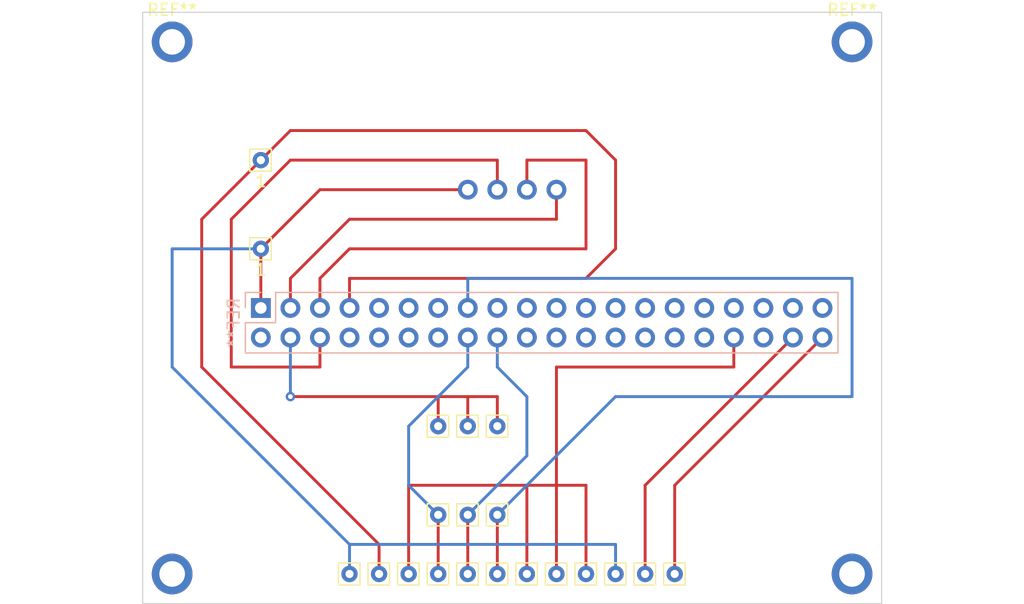
<source format=kicad_pcb>
(kicad_pcb (version 20221018) (generator pcbnew)
  (layers (0 "F.Cu" signal) (31 "B.Cu" signal) (34 "B.Paste" user) (35 "F.Paste" user) (36 "B.SilkS" user "B.Silkscreen") (37 "F.SilkS" user "F.Silkscreen") (38 "B.Mask" user) (39 "F.Mask" user) (44 "Edge.Cuts" user))
  (net 0 "")
  (footprint "Connector_Pin:Pin_D0.7mm_L6.5mm_W1.8mm_FlatFork" (layer "F.Cu") (at 127 124.46)
    (fp_text reference "" (at 0 1.8) (layer "F.SilkS"))
    (fp_text value "")
    (fp_line (start -0.95 -0.95) (end -0.95 0.95) (stroke (width 0.12)) (layer "F.SilkS"))
    (fp_line (start -0.95 0.95) (end 0.9 0.95) (stroke (width 0.12)) (layer "F.SilkS"))
    (fp_line (start 0.9 -0.95) (end -0.95 -0.95) (stroke (width 0.12)) (layer "F.SilkS"))
    (fp_line (start 0.9 -0.9) (end 0.9 -0.95) (stroke (width 0.12)) (layer "F.SilkS"))
    (fp_line (start 0.9 0.95) (end 0.9 -0.9) (stroke (width 0.12)) (layer "F.SilkS"))
    (pad "1" thru_hole circle (at 0 0) (size 1.4 1.4) (drill 0.7) (layers "*.Cu" "*.Mask"))
  )
  (footprint "Connector_Pin:Pin_D0.7mm_L6.5mm_W1.8mm_FlatFork" (layer "F.Cu") (at 129.54 124.46)
    (fp_text reference "" (at 0 1.8) (layer "F.SilkS"))
    (fp_text value "")
    (fp_line (start -0.95 -0.95) (end -0.95 0.95) (stroke (width 0.12)) (layer "F.SilkS"))
    (fp_line (start -0.95 0.95) (end 0.9 0.95) (stroke (width 0.12)) (layer "F.SilkS"))
    (fp_line (start 0.9 -0.95) (end -0.95 -0.95) (stroke (width 0.12)) (layer "F.SilkS"))
    (fp_line (start 0.9 -0.9) (end 0.9 -0.95) (stroke (width 0.12)) (layer "F.SilkS"))
    (fp_line (start 0.9 0.95) (end 0.9 -0.9) (stroke (width 0.12)) (layer "F.SilkS"))
    (pad "1" thru_hole circle (at 0 0) (size 1.4 1.4) (drill 0.7) (layers "*.Cu" "*.Mask"))
  )
  (footprint "Connector_Pin:Pin_D0.7mm_L6.5mm_W1.8mm_FlatFork" (layer "F.Cu") (at 137.16 124.46)
    (fp_text reference "" (at 0 1.8) (layer "F.SilkS"))
    (fp_text value "")
    (fp_line (start -0.95 -0.95) (end -0.95 0.95) (stroke (width 0.12)) (layer "F.SilkS"))
    (fp_line (start -0.95 0.95) (end 0.9 0.95) (stroke (width 0.12)) (layer "F.SilkS"))
    (fp_line (start 0.9 -0.95) (end -0.95 -0.95) (stroke (width 0.12)) (layer "F.SilkS"))
    (fp_line (start 0.9 -0.9) (end 0.9 -0.95) (stroke (width 0.12)) (layer "F.SilkS"))
    (fp_line (start 0.9 0.95) (end 0.9 -0.9) (stroke (width 0.12)) (layer "F.SilkS"))
    (pad "1" thru_hole circle (at 0 0) (size 1.4 1.4) (drill 0.7) (layers "*.Cu" "*.Mask"))
  )
  (footprint "" (layer "F.Cu") (at 167.64 124.46)
    (fp_text reference "" (at 0 0) (layer "F.SilkS") (effects (font (size 1.27 1.27))))
    (fp_text value "" (at 0 0) (layer "F.SilkS") (effects (font (size 1.27 1.27))))
    (pad "" thru_hole circle (at 0 0) (size 3.5 3.5) (drill 2.2) (layers "*.Cu" "*.Mask"))
  )
  (footprint "MountingHole:MountingHole_2.2mm_M2_ISO7380_Pad" (layer "F.Cu") (at 167.64 78.74)
    (fp_text reference "REF**" (at 0 -2.75) (layer "F.SilkS"))
    (fp_text value "MountingHole_2.2mm_M2_ISO7380_Pad")
    (pad "" thru_hole circle (at 0 0) (size 3.5 3.5) (drill 2.2) (layers "*.Cu" "*.Mask"))
  )
  (footprint "Connector_Pin:Pin_D0.7mm_L6.5mm_W1.8mm_FlatFork" (layer "F.Cu") (at 144.78 124.46)
    (fp_text reference "" (at 0 1.8) (layer "F.SilkS"))
    (fp_text value "")
    (fp_line (start -0.95 -0.95) (end -0.95 0.95) (stroke (width 0.12)) (layer "F.SilkS"))
    (fp_line (start -0.95 0.95) (end 0.9 0.95) (stroke (width 0.12)) (layer "F.SilkS"))
    (fp_line (start 0.9 -0.95) (end -0.95 -0.95) (stroke (width 0.12)) (layer "F.SilkS"))
    (fp_line (start 0.9 -0.9) (end 0.9 -0.95) (stroke (width 0.12)) (layer "F.SilkS"))
    (fp_line (start 0.9 0.95) (end 0.9 -0.9) (stroke (width 0.12)) (layer "F.SilkS"))
    (pad "1" thru_hole circle (at 0 0) (size 1.4 1.4) (drill 0.7) (layers "*.Cu" "*.Mask"))
  )
  (footprint "Connector_Pin:Pin_D0.7mm_L6.5mm_W1.8mm_FlatFork" (layer "F.Cu") (at 139.7 124.46)
    (fp_text reference "" (at 0 1.8) (layer "F.SilkS"))
    (fp_text value "")
    (fp_line (start -0.95 -0.95) (end -0.95 0.95) (stroke (width 0.12)) (layer "F.SilkS"))
    (fp_line (start -0.95 0.95) (end 0.9 0.95) (stroke (width 0.12)) (layer "F.SilkS"))
    (fp_line (start 0.9 -0.95) (end -0.95 -0.95) (stroke (width 0.12)) (layer "F.SilkS"))
    (fp_line (start 0.9 -0.9) (end 0.9 -0.95) (stroke (width 0.12)) (layer "F.SilkS"))
    (fp_line (start 0.9 0.95) (end 0.9 -0.9) (stroke (width 0.12)) (layer "F.SilkS"))
    (pad "1" thru_hole circle (at 0 0) (size 1.4 1.4) (drill 0.7) (layers "*.Cu" "*.Mask"))
  )
  (footprint "" (layer "F.Cu") (at 109.22 124.46)
    (fp_text reference "" (at 0 0) (layer "F.SilkS") (effects (font (size 1.27 1.27))))
    (fp_text value "" (at 0 0) (layer "F.SilkS") (effects (font (size 1.27 1.27))))
    (pad "" thru_hole circle (at 0 0) (size 3.5 3.5) (drill 2.2) (layers "*.Cu" "*.Mask"))
  )
  (footprint "Connector_Pin:Pin_D0.7mm_L6.5mm_W1.8mm_FlatFork" (layer "F.Cu") (at 132.08 124.46)
    (fp_text reference "" (at 0 1.8) (layer "F.SilkS"))
    (fp_text value "")
    (fp_line (start -0.95 -0.95) (end -0.95 0.95) (stroke (width 0.12)) (layer "F.SilkS"))
    (fp_line (start -0.95 0.95) (end 0.9 0.95) (stroke (width 0.12)) (layer "F.SilkS"))
    (fp_line (start 0.9 -0.95) (end -0.95 -0.95) (stroke (width 0.12)) (layer "F.SilkS"))
    (fp_line (start 0.9 -0.9) (end 0.9 -0.95) (stroke (width 0.12)) (layer "F.SilkS"))
    (fp_line (start 0.9 0.95) (end 0.9 -0.9) (stroke (width 0.12)) (layer "F.SilkS"))
    (pad "1" thru_hole circle (at 0 0) (size 1.4 1.4) (drill 0.7) (layers "*.Cu" "*.Mask"))
  )
  (footprint "Connector_Pin:Pin_D0.7mm_L6.5mm_W1.8mm_FlatFork" (layer "F.Cu") (at 134.62 111.76)
    (fp_text reference "" (at 0 1.8) (layer "F.SilkS"))
    (fp_text value "")
    (fp_line (start -0.95 -0.95) (end -0.95 0.95) (stroke (width 0.12)) (layer "F.SilkS"))
    (fp_line (start -0.95 0.95) (end 0.9 0.95) (stroke (width 0.12)) (layer "F.SilkS"))
    (fp_line (start 0.9 -0.95) (end -0.95 -0.95) (stroke (width 0.12)) (layer "F.SilkS"))
    (fp_line (start 0.9 -0.9) (end 0.9 -0.95) (stroke (width 0.12)) (layer "F.SilkS"))
    (fp_line (start 0.9 0.95) (end 0.9 -0.9) (stroke (width 0.12)) (layer "F.SilkS"))
    (pad "1" thru_hole circle (at 0 0) (size 1.4 1.4) (drill 0.7) (layers "*.Cu" "*.Mask"))
  )
  (footprint "" (layer "F.Cu") (at 142.24 91.44)
    (fp_text reference "" (at 0 0) (layer "F.SilkS") (effects (font (size 1.27 1.27))))
    (fp_text value "" (at 0 0) (layer "F.SilkS") (effects (font (size 1.27 1.27))))
    (pad "4" thru_hole oval (at 0 0 270) (size 1.7 1.7) (drill 1) (layers "*.Cu" "*.Mask"))
  )
  (footprint "Connector_Pin:Pin_D0.7mm_L6.5mm_W1.8mm_FlatFork" (layer "F.Cu") (at 142.24 124.46)
    (fp_text reference "" (at 0 1.8) (layer "F.SilkS"))
    (fp_text value "")
    (fp_line (start -0.95 -0.95) (end -0.95 0.95) (stroke (width 0.12)) (layer "F.SilkS"))
    (fp_line (start -0.95 0.95) (end 0.9 0.95) (stroke (width 0.12)) (layer "F.SilkS"))
    (fp_line (start 0.9 -0.95) (end -0.95 -0.95) (stroke (width 0.12)) (layer "F.SilkS"))
    (fp_line (start 0.9 -0.9) (end 0.9 -0.95) (stroke (width 0.12)) (layer "F.SilkS"))
    (fp_line (start 0.9 0.95) (end 0.9 -0.9) (stroke (width 0.12)) (layer "F.SilkS"))
    (pad "1" thru_hole circle (at 0 0) (size 1.4 1.4) (drill 0.7) (layers "*.Cu" "*.Mask"))
  )
  (footprint "Connector_Pin:Pin_D0.7mm_L6.5mm_W1.8mm_FlatFork" (layer "F.Cu") (at 134.62 119.38)
    (fp_text reference "" (at 0 1.8) (layer "F.SilkS"))
    (fp_text value "")
    (fp_line (start -0.95 -0.95) (end -0.95 0.95) (stroke (width 0.12)) (layer "F.SilkS"))
    (fp_line (start -0.95 0.95) (end 0.9 0.95) (stroke (width 0.12)) (layer "F.SilkS"))
    (fp_line (start 0.9 -0.95) (end -0.95 -0.95) (stroke (width 0.12)) (layer "F.SilkS"))
    (fp_line (start 0.9 -0.9) (end 0.9 -0.95) (stroke (width 0.12)) (layer "F.SilkS"))
    (fp_line (start 0.9 0.95) (end 0.9 -0.9) (stroke (width 0.12)) (layer "F.SilkS"))
    (pad "1" thru_hole circle (at 0 0) (size 1.4 1.4) (drill 0.7) (layers "*.Cu" "*.Mask"))
  )
  (footprint "" (layer "F.Cu") (at 139.7 91.44)
    (fp_text reference "" (at 0 0) (layer "F.SilkS") (effects (font (size 1.27 1.27))))
    (fp_text value "" (at 0 0) (layer "F.SilkS") (effects (font (size 1.27 1.27))))
    (pad "3" thru_hole oval (at 0 0 270) (size 1.7 1.7) (drill 1) (layers "*.Cu" "*.Mask"))
  )
  (footprint "Connector_Pin:Pin_D0.7mm_L6.5mm_W1.8mm_FlatFork" (layer "F.Cu") (at 132.08 111.76)
    (fp_text reference "" (at 0 1.8) (layer "F.SilkS"))
    (fp_text value "")
    (fp_line (start -0.95 -0.95) (end -0.95 0.95) (stroke (width 0.12)) (layer "F.SilkS"))
    (fp_line (start -0.95 0.95) (end 0.9 0.95) (stroke (width 0.12)) (layer "F.SilkS"))
    (fp_line (start 0.9 -0.95) (end -0.95 -0.95) (stroke (width 0.12)) (layer "F.SilkS"))
    (fp_line (start 0.9 -0.9) (end 0.9 -0.95) (stroke (width 0.12)) (layer "F.SilkS"))
    (fp_line (start 0.9 0.95) (end 0.9 -0.9) (stroke (width 0.12)) (layer "F.SilkS"))
    (pad "1" thru_hole circle (at 0 0) (size 1.4 1.4) (drill 0.7) (layers "*.Cu" "*.Mask"))
  )
  (footprint "Connector_Pin:Pin_D0.7mm_L6.5mm_W1.8mm_FlatFork" (layer "F.Cu") (at 124.46 124.46)
    (fp_text reference "" (at 0 1.8) (layer "F.SilkS"))
    (fp_text value "")
    (fp_line (start -0.95 -0.95) (end -0.95 0.95) (stroke (width 0.12)) (layer "F.SilkS"))
    (fp_line (start -0.95 0.95) (end 0.9 0.95) (stroke (width 0.12)) (layer "F.SilkS"))
    (fp_line (start 0.9 -0.95) (end -0.95 -0.95) (stroke (width 0.12)) (layer "F.SilkS"))
    (fp_line (start 0.9 -0.9) (end 0.9 -0.95) (stroke (width 0.12)) (layer "F.SilkS"))
    (fp_line (start 0.9 0.95) (end 0.9 -0.9) (stroke (width 0.12)) (layer "F.SilkS"))
    (pad "1" thru_hole circle (at 0 0) (size 1.4 1.4) (drill 0.7) (layers "*.Cu" "*.Mask"))
  )
  (footprint "MountingHole:MountingHole_2.2mm_M2_ISO7380_Pad" (layer "F.Cu") (at 109.22 78.74)
    (fp_text reference "REF**" (at 0 -2.75) (layer "F.SilkS"))
    (fp_text value "MountingHole_2.2mm_M2_ISO7380_Pad")
    (pad "" thru_hole circle (at 0 0) (size 3.5 3.5) (drill 2.2) (layers "*.Cu" "*.Mask"))
  )
  (footprint "Connector_Pin:Pin_D0.7mm_L6.5mm_W1.8mm_FlatFork" (layer "F.Cu") (at 152.4 124.46)
    (fp_text reference "" (at 0 1.8) (layer "F.SilkS"))
    (fp_text value "")
    (fp_line (start -0.95 -0.95) (end -0.95 0.95) (stroke (width 0.12)) (layer "F.SilkS"))
    (fp_line (start -0.95 0.95) (end 0.9 0.95) (stroke (width 0.12)) (layer "F.SilkS"))
    (fp_line (start 0.9 -0.95) (end -0.95 -0.95) (stroke (width 0.12)) (layer "F.SilkS"))
    (fp_line (start 0.9 -0.9) (end 0.9 -0.95) (stroke (width 0.12)) (layer "F.SilkS"))
    (fp_line (start 0.9 0.95) (end 0.9 -0.9) (stroke (width 0.12)) (layer "F.SilkS"))
    (pad "1" thru_hole circle (at 0 0) (size 1.4 1.4) (drill 0.7) (layers "*.Cu" "*.Mask"))
  )
  (footprint "Connector_Pin:Pin_D0.7mm_L6.5mm_W1.8mm_FlatFork" (layer "F.Cu") (at 116.84 88.9)
    (fp_text reference "1" (at 0 1.8) (layer "F.SilkS"))
    (fp_text value "")
    (fp_line (start -0.95 -0.95) (end -0.95 0.95) (stroke (width 0.12)) (layer "F.SilkS"))
    (fp_line (start -0.95 0.95) (end 0.9 0.95) (stroke (width 0.12)) (layer "F.SilkS"))
    (fp_line (start 0.9 -0.95) (end -0.95 -0.95) (stroke (width 0.12)) (layer "F.SilkS"))
    (fp_line (start 0.9 -0.9) (end 0.9 -0.95) (stroke (width 0.12)) (layer "F.SilkS"))
    (fp_line (start 0.9 0.95) (end 0.9 -0.9) (stroke (width 0.12)) (layer "F.SilkS"))
    (pad "1" thru_hole circle (at 0 0) (size 1.4 1.4) (drill 0.7) (layers "*.Cu" "*.Mask"))
  )
  (footprint "Connector_Pin:Pin_D0.7mm_L6.5mm_W1.8mm_FlatFork" (layer "F.Cu") (at 134.62 124.46)
    (fp_text reference "" (at 0 1.8) (layer "F.SilkS"))
    (fp_text value "")
    (fp_line (start -0.95 -0.95) (end -0.95 0.95) (stroke (width 0.12)) (layer "F.SilkS"))
    (fp_line (start -0.95 0.95) (end 0.9 0.95) (stroke (width 0.12)) (layer "F.SilkS"))
    (fp_line (start 0.9 -0.95) (end -0.95 -0.95) (stroke (width 0.12)) (layer "F.SilkS"))
    (fp_line (start 0.9 -0.9) (end 0.9 -0.95) (stroke (width 0.12)) (layer "F.SilkS"))
    (fp_line (start 0.9 0.95) (end 0.9 -0.9) (stroke (width 0.12)) (layer "F.SilkS"))
    (pad "1" thru_hole circle (at 0 0) (size 1.4 1.4) (drill 0.7) (layers "*.Cu" "*.Mask"))
  )
  (footprint "Connector_Pin:Pin_D0.7mm_L6.5mm_W1.8mm_FlatFork" (layer "F.Cu") (at 149.86 124.46)
    (fp_text reference "" (at 0 1.8) (layer "F.SilkS"))
    (fp_text value "")
    (fp_line (start -0.95 -0.95) (end -0.95 0.95) (stroke (width 0.12)) (layer "F.SilkS"))
    (fp_line (start -0.95 0.95) (end 0.9 0.95) (stroke (width 0.12)) (layer "F.SilkS"))
    (fp_line (start 0.9 -0.95) (end -0.95 -0.95) (stroke (width 0.12)) (layer "F.SilkS"))
    (fp_line (start 0.9 -0.9) (end 0.9 -0.95) (stroke (width 0.12)) (layer "F.SilkS"))
    (fp_line (start 0.9 0.95) (end 0.9 -0.9) (stroke (width 0.12)) (layer "F.SilkS"))
    (pad "1" thru_hole circle (at 0 0) (size 1.4 1.4) (drill 0.7) (layers "*.Cu" "*.Mask"))
  )
  (footprint "" (layer "F.Cu") (at 134.62 91.44)
    (fp_text reference "" (at 0 0) (layer "F.SilkS") (effects (font (size 1.27 1.27))))
    (fp_text value "" (at 0 0) (layer "F.SilkS") (effects (font (size 1.27 1.27))))
    (pad "1" thru_hole oval (at 0 0 270) (size 1.7 1.7) (drill 1) (layers "*.Cu" "*.Mask"))
  )
  (footprint "Connector_Pin:Pin_D0.7mm_L6.5mm_W1.8mm_FlatFork" (layer "F.Cu") (at 147.32 124.46)
    (fp_text reference "" (at 0 1.8) (layer "F.SilkS"))
    (fp_text value "")
    (fp_line (start -0.95 -0.95) (end -0.95 0.95) (stroke (width 0.12)) (layer "F.SilkS"))
    (fp_line (start -0.95 0.95) (end 0.9 0.95) (stroke (width 0.12)) (layer "F.SilkS"))
    (fp_line (start 0.9 -0.95) (end -0.95 -0.95) (stroke (width 0.12)) (layer "F.SilkS"))
    (fp_line (start 0.9 -0.9) (end 0.9 -0.95) (stroke (width 0.12)) (layer "F.SilkS"))
    (fp_line (start 0.9 0.95) (end 0.9 -0.9) (stroke (width 0.12)) (layer "F.SilkS"))
    (pad "1" thru_hole circle (at 0 0) (size 1.4 1.4) (drill 0.7) (layers "*.Cu" "*.Mask"))
  )
  (footprint "Connector_Pin:Pin_D0.7mm_L6.5mm_W1.8mm_FlatFork" (layer "F.Cu") (at 137.16 111.76)
    (fp_text reference "" (at 0 1.8) (layer "F.SilkS"))
    (fp_text value "")
    (fp_line (start -0.95 -0.95) (end -0.95 0.95) (stroke (width 0.12)) (layer "F.SilkS"))
    (fp_line (start -0.95 0.95) (end 0.9 0.95) (stroke (width 0.12)) (layer "F.SilkS"))
    (fp_line (start 0.9 -0.95) (end -0.95 -0.95) (stroke (width 0.12)) (layer "F.SilkS"))
    (fp_line (start 0.9 -0.9) (end 0.9 -0.95) (stroke (width 0.12)) (layer "F.SilkS"))
    (fp_line (start 0.9 0.95) (end 0.9 -0.9) (stroke (width 0.12)) (layer "F.SilkS"))
    (pad "1" thru_hole circle (at 0 0) (size 1.4 1.4) (drill 0.7) (layers "*.Cu" "*.Mask"))
  )
  (footprint "Connector_Pin:Pin_D0.7mm_L6.5mm_W1.8mm_FlatFork" (layer "F.Cu") (at 132.08 119.38)
    (fp_text reference "" (at 0 1.8) (layer "F.SilkS"))
    (fp_text value "")
    (fp_line (start -0.95 -0.95) (end -0.95 0.95) (stroke (width 0.12)) (layer "F.SilkS"))
    (fp_line (start -0.95 0.95) (end 0.9 0.95) (stroke (width 0.12)) (layer "F.SilkS"))
    (fp_line (start 0.9 -0.95) (end -0.95 -0.95) (stroke (width 0.12)) (layer "F.SilkS"))
    (fp_line (start 0.9 -0.9) (end 0.9 -0.95) (stroke (width 0.12)) (layer "F.SilkS"))
    (fp_line (start 0.9 0.95) (end 0.9 -0.9) (stroke (width 0.12)) (layer "F.SilkS"))
    (pad "1" thru_hole circle (at 0 0) (size 1.4 1.4) (drill 0.7) (layers "*.Cu" "*.Mask"))
  )
  (footprint "Connector_Pin:Pin_D0.7mm_L6.5mm_W1.8mm_FlatFork" (layer "F.Cu") (at 137.16 119.38)
    (fp_text reference "" (at 0 1.8) (layer "F.SilkS"))
    (fp_text value "")
    (fp_line (start -0.95 -0.95) (end -0.95 0.95) (stroke (width 0.12)) (layer "F.SilkS"))
    (fp_line (start -0.95 0.95) (end 0.9 0.95) (stroke (width 0.12)) (layer "F.SilkS"))
    (fp_line (start 0.9 -0.95) (end -0.95 -0.95) (stroke (width 0.12)) (layer "F.SilkS"))
    (fp_line (start 0.9 -0.9) (end 0.9 -0.95) (stroke (width 0.12)) (layer "F.SilkS"))
    (fp_line (start 0.9 0.95) (end 0.9 -0.9) (stroke (width 0.12)) (layer "F.SilkS"))
    (pad "1" thru_hole circle (at 0 0) (size 1.4 1.4) (drill 0.7) (layers "*.Cu" "*.Mask"))
  )
  (footprint "" (layer "F.Cu") (at 137.16 91.44)
    (fp_text reference "" (at 0 0) (layer "F.SilkS") (effects (font (size 1.27 1.27))))
    (fp_text value "" (at 0 0) (layer "F.SilkS") (effects (font (size 1.27 1.27))))
    (pad "2" thru_hole oval (at 0 0 270) (size 1.7 1.7) (drill 1) (layers "*.Cu" "*.Mask"))
  )
  (footprint "Connector_Pin:Pin_D0.7mm_L6.5mm_W1.8mm_FlatFork" (layer "F.Cu") (at 116.84 96.52)
    (fp_text reference "1" (at 0 1.8) (layer "F.SilkS"))
    (fp_text value "")
    (fp_line (start -0.95 -0.95) (end -0.95 0.95) (stroke (width 0.12)) (layer "F.SilkS"))
    (fp_line (start -0.95 0.95) (end 0.9 0.95) (stroke (width 0.12)) (layer "F.SilkS"))
    (fp_line (start 0.9 -0.95) (end -0.95 -0.95) (stroke (width 0.12)) (layer "F.SilkS"))
    (fp_line (start 0.9 -0.9) (end 0.9 -0.95) (stroke (width 0.12)) (layer "F.SilkS"))
    (fp_line (start 0.9 0.95) (end 0.9 -0.9) (stroke (width 0.12)) (layer "F.SilkS"))
    (pad "1" thru_hole circle (at 0 0) (size 1.4 1.4) (drill 0.7) (layers "*.Cu" "*.Mask"))
  )
  (footprint "Connector_PinHeader_2.54mm:PinHeader_2x20_P2.54mm_Vertical" (layer "B.Cu") (at 116.84 101.6 -90)
    (fp_text reference "REF**" (at 1.27 2.33 90) (layer "B.SilkS") (effects (justify mirror)))
    (fp_text value "PinHeader_2x20_P2.54mm_Vertical")
    (fp_line (start -1.33 -49.59) (end 3.87 -49.59) (stroke (width 0.12)) (layer "B.SilkS"))
    (fp_line (start -1.33 -1.27) (end -1.33 -49.59) (stroke (width 0.12)) (layer "B.SilkS"))
    (fp_line (start -1.33 -1.27) (end 1.27 -1.27) (stroke (width 0.12)) (layer "B.SilkS"))
    (fp_line (start -1.33 0) (end -1.33 1.33) (stroke (width 0.12)) (layer "B.SilkS"))
    (fp_line (start -1.33 1.33) (end 0 1.33) (stroke (width 0.12)) (layer "B.SilkS"))
    (fp_line (start 1.27 -1.27) (end 1.27 1.33) (stroke (width 0.12)) (layer "B.SilkS"))
    (fp_line (start 1.27 1.33) (end 3.87 1.33) (stroke (width 0.12)) (layer "B.SilkS"))
    (fp_line (start 3.87 1.33) (end 3.87 -49.59) (stroke (width 0.12)) (layer "B.SilkS"))
    (pad "1" thru_hole rect (at 0 0 270) (size 1.7 1.7) (drill 1) (layers "*.Cu" "*.Mask"))
    (pad "2" thru_hole oval (at 2.54 0 270) (size 1.7 1.7) (drill 1) (layers "*.Cu" "*.Mask"))
    (pad "3" thru_hole oval (at 0 -2.54 270) (size 1.7 1.7) (drill 1) (layers "*.Cu" "*.Mask"))
    (pad "4" thru_hole oval (at 2.54 -2.54 270) (size 1.7 1.7) (drill 1) (layers "*.Cu" "*.Mask"))
    (pad "5" thru_hole oval (at 0 -5.08 270) (size 1.7 1.7) (drill 1) (layers "*.Cu" "*.Mask"))
    (pad "6" thru_hole oval (at 2.54 -5.08 270) (size 1.7 1.7) (drill 1) (layers "*.Cu" "*.Mask"))
    (pad "7" thru_hole oval (at 0 -7.62 270) (size 1.7 1.7) (drill 1) (layers "*.Cu" "*.Mask"))
    (pad "8" thru_hole oval (at 2.54 -7.62 270) (size 1.7 1.7) (drill 1) (layers "*.Cu" "*.Mask"))
    (pad "9" thru_hole oval (at 0 -10.16 270) (size 1.7 1.7) (drill 1) (layers "*.Cu" "*.Mask"))
    (pad "10" thru_hole oval (at 2.54 -10.16 270) (size 1.7 1.7) (drill 1) (layers "*.Cu" "*.Mask"))
    (pad "11" thru_hole oval (at 0 -12.7 270) (size 1.7 1.7) (drill 1) (layers "*.Cu" "*.Mask"))
    (pad "12" thru_hole oval (at 2.54 -12.7 270) (size 1.7 1.7) (drill 1) (layers "*.Cu" "*.Mask"))
    (pad "13" thru_hole oval (at 0 -15.24 270) (size 1.7 1.7) (drill 1) (layers "*.Cu" "*.Mask"))
    (pad "14" thru_hole oval (at 2.54 -15.24 270) (size 1.7 1.7) (drill 1) (layers "*.Cu" "*.Mask"))
    (pad "15" thru_hole oval (at 0 -17.78 270) (size 1.7 1.7) (drill 1) (layers "*.Cu" "*.Mask"))
    (pad "16" thru_hole oval (at 2.54 -17.78 270) (size 1.7 1.7) (drill 1) (layers "*.Cu" "*.Mask"))
    (pad "17" thru_hole oval (at 0 -20.32 270) (size 1.7 1.7) (drill 1) (layers "*.Cu" "*.Mask"))
    (pad "18" thru_hole oval (at 2.54 -20.32 270) (size 1.7 1.7) (drill 1) (layers "*.Cu" "*.Mask"))
    (pad "19" thru_hole oval (at 0 -22.86 270) (size 1.7 1.7) (drill 1) (layers "*.Cu" "*.Mask"))
    (pad "20" thru_hole oval (at 2.54 -22.86 270) (size 1.7 1.7) (drill 1) (layers "*.Cu" "*.Mask"))
    (pad "21" thru_hole oval (at 0 -25.4 270) (size 1.7 1.7) (drill 1) (layers "*.Cu" "*.Mask"))
    (pad "22" thru_hole oval (at 2.54 -25.4 270) (size 1.7 1.7) (drill 1) (layers "*.Cu" "*.Mask"))
    (pad "23" thru_hole oval (at 0 -27.94 270) (size 1.7 1.7) (drill 1) (layers "*.Cu" "*.Mask"))
    (pad "24" thru_hole oval (at 2.54 -27.94 270) (size 1.7 1.7) (drill 1) (layers "*.Cu" "*.Mask"))
    (pad "25" thru_hole oval (at 0 -30.48 270) (size 1.7 1.7) (drill 1) (layers "*.Cu" "*.Mask"))
    (pad "26" thru_hole oval (at 2.54 -30.48 270) (size 1.7 1.7) (drill 1) (layers "*.Cu" "*.Mask"))
    (pad "27" thru_hole oval (at 0 -33.02 270) (size 1.7 1.7) (drill 1) (layers "*.Cu" "*.Mask"))
    (pad "28" thru_hole oval (at 2.54 -33.02 270) (size 1.7 1.7) (drill 1) (layers "*.Cu" "*.Mask"))
    (pad "29" thru_hole oval (at 0 -35.56 270) (size 1.7 1.7) (drill 1) (layers "*.Cu" "*.Mask"))
    (pad "30" thru_hole oval (at 2.54 -35.56 270) (size 1.7 1.7) (drill 1) (layers "*.Cu" "*.Mask"))
    (pad "31" thru_hole oval (at 0 -38.1 270) (size 1.7 1.7) (drill 1) (layers "*.Cu" "*.Mask"))
    (pad "32" thru_hole oval (at 2.54 -38.1 270) (size 1.7 1.7) (drill 1) (layers "*.Cu" "*.Mask"))
    (pad "33" thru_hole oval (at 0 -40.64 270) (size 1.7 1.7) (drill 1) (layers "*.Cu" "*.Mask"))
    (pad "34" thru_hole oval (at 2.54 -40.64 270) (size 1.7 1.7) (drill 1) (layers "*.Cu" "*.Mask"))
    (pad "35" thru_hole oval (at 0 -43.18 270) (size 1.7 1.7) (drill 1) (layers "*.Cu" "*.Mask"))
    (pad "36" thru_hole oval (at 2.54 -43.18 270) (size 1.7 1.7) (drill 1) (layers "*.Cu" "*.Mask"))
    (pad "37" thru_hole oval (at 0 -45.72 270) (size 1.7 1.7) (drill 1) (layers "*.Cu" "*.Mask"))
    (pad "38" thru_hole oval (at 2.54 -45.72 270) (size 1.7 1.7) (drill 1) (layers "*.Cu" "*.Mask"))
    (pad "39" thru_hole oval (at 0 -48.26 270) (size 1.7 1.7) (drill 1) (layers "*.Cu" "*.Mask"))
    (pad "40" thru_hole oval (at 2.54 -48.26 270) (size 1.7 1.7) (drill 1) (layers "*.Cu" "*.Mask"))
  )
  (gr_rect (start 106.68 76.2) (end 170.18 127) (stroke (width 0.1)) (fill none) (layer "Edge.Cuts"))
  (segment (start 132.08 109.22) (end 132.08 111.76) (width 0.24892) (layer "F.Cu") (net 0))
  (segment (start 121.92 101.6) (end 121.92 99.06) (width 0.24892) (layer "F.Cu") (net 0))
  (segment (start 111.76 106.68) (end 127 121.92) (width 0.24892) (layer "F.Cu") (net 0))
  (segment (start 162.56 104.14) (end 149.86 116.84) (width 0.24892) (layer "F.Cu") (net 0))
  (segment (start 116.84 88.9) (end 111.76 93.98) (width 0.24892) (layer "F.Cu") (net 0))
  (segment (start 116.84 96.52) (end 121.92 91.44) (width 0.24892) (layer "F.Cu") (net 0))
  (segment (start 137.16 119.38) (end 137.16 124.46) (width 0.24892) (layer "F.Cu") (net 0))
  (segment (start 111.76 93.98) (end 111.76 106.68) (width 0.24892) (layer "F.Cu") (net 0))
  (segment (start 134.62 119.38) (end 134.62 124.46) (width 0.24892) (layer "F.Cu") (net 0))
  (segment (start 142.24 116.84) (end 142.24 124.46) (width 0.24892) (layer "F.Cu") (net 0))
  (segment (start 119.38 86.36) (end 116.84 88.9) (width 0.24892) (layer "F.Cu") (net 0))
  (segment (start 134.62 109.22) (end 134.62 111.76) (width 0.24892) (layer "F.Cu") (net 0))
  (segment (start 114.3 96.52) (end 114.3 93.98) (width 0.24892) (layer "F.Cu") (net 0))
  (segment (start 114.3 93.98) (end 119.38 88.9) (width 0.24892) (layer "F.Cu") (net 0))
  (segment (start 139.7 116.84) (end 129.54 116.84) (width 0.24892) (layer "F.Cu") (net 0))
  (segment (start 139.7 88.9) (end 139.7 91.44) (width 0.24892) (layer "F.Cu") (net 0))
  (segment (start 157.48 106.68) (end 142.24 106.68) (width 0.24892) (layer "F.Cu") (net 0))
  (segment (start 137.16 88.9) (end 137.16 91.44) (width 0.24892) (layer "F.Cu") (net 0))
  (segment (start 147.32 96.52) (end 147.32 88.9) (width 0.24892) (layer "F.Cu") (net 0))
  (segment (start 165.1 104.14) (end 152.4 116.84) (width 0.24892) (layer "F.Cu") (net 0))
  (segment (start 121.92 99.06) (end 124.46 96.52) (width 0.24892) (layer "F.Cu") (net 0))
  (segment (start 144.78 99.06) (end 147.32 96.52) (width 0.24892) (layer "F.Cu") (net 0))
  (segment (start 124.46 99.06) (end 144.78 99.06) (width 0.24892) (layer "F.Cu") (net 0))
  (segment (start 157.48 104.14) (end 157.48 106.68) (width 0.24892) (layer "F.Cu") (net 0))
  (segment (start 139.7 116.84) (end 139.7 124.46) (width 0.24892) (layer "F.Cu") (net 0))
  (segment (start 152.4 116.84) (end 152.4 124.46) (width 0.24892) (layer "F.Cu") (net 0))
  (segment (start 144.78 88.9) (end 139.7 88.9) (width 0.24892) (layer "F.Cu") (net 0))
  (segment (start 119.38 88.9) (end 137.16 88.9) (width 0.24892) (layer "F.Cu") (net 0))
  (segment (start 121.92 91.44) (end 134.62 91.44) (width 0.24892) (layer "F.Cu") (net 0))
  (segment (start 147.32 88.9) (end 144.78 86.36) (width 0.24892) (layer "F.Cu") (net 0))
  (segment (start 121.92 104.14) (end 121.92 106.68) (width 0.24892) (layer "F.Cu") (net 0))
  (segment (start 132.08 119.38) (end 132.08 124.46) (width 0.24892) (layer "F.Cu") (net 0))
  (segment (start 119.38 101.6) (end 119.38 99.06) (width 0.24892) (layer "F.Cu") (net 0))
  (segment (start 144.78 96.52) (end 144.78 88.9) (width 0.24892) (layer "F.Cu") (net 0))
  (segment (start 144.78 116.84) (end 144.78 124.46) (width 0.24892) (layer "F.Cu") (net 0))
  (segment (start 134.62 109.22) (end 137.16 109.22) (width 0.24892) (layer "F.Cu") (net 0))
  (segment (start 142.24 116.84) (end 144.78 116.84) (width 0.24892) (layer "F.Cu") (net 0))
  (segment (start 121.92 106.68) (end 114.3 106.68) (width 0.24892) (layer "F.Cu") (net 0))
  (segment (start 127 121.92) (end 127 124.46) (width 0.24892) (layer "F.Cu") (net 0))
  (segment (start 132.08 109.22) (end 134.62 109.22) (width 0.24892) (layer "F.Cu") (net 0))
  (segment (start 124.46 93.98) (end 142.24 93.98) (width 0.24892) (layer "F.Cu") (net 0))
  (segment (start 149.86 116.84) (end 149.86 124.46) (width 0.24892) (layer "F.Cu") (net 0))
  (segment (start 144.78 86.36) (end 119.38 86.36) (width 0.24892) (layer "F.Cu") (net 0))
  (segment (start 142.24 116.84) (end 139.7 116.84) (width 0.24892) (layer "F.Cu") (net 0))
  (segment (start 119.38 109.22) (end 132.08 109.22) (width 0.24892) (layer "F.Cu") (net 0))
  (segment (start 119.38 99.06) (end 124.46 93.98) (width 0.24892) (layer "F.Cu") (net 0))
  (segment (start 142.24 106.68) (end 142.24 116.84) (width 0.24892) (layer "F.Cu") (net 0))
  (segment (start 124.46 101.6) (end 124.46 99.06) (width 0.24892) (layer "F.Cu") (net 0))
  (segment (start 129.54 116.84) (end 129.54 124.46) (width 0.24892) (layer "F.Cu") (net 0))
  (segment (start 142.24 93.98) (end 142.24 91.44) (width 0.24892) (layer "F.Cu") (net 0))
  (segment (start 124.46 96.52) (end 144.78 96.52) (width 0.24892) (layer "F.Cu") (net 0))
  (segment (start 116.84 101.6) (end 116.84 96.52) (width 0.24892) (layer "F.Cu") (net 0))
  (segment (start 114.3 106.68) (end 114.3 96.52) (width 0.24892) (layer "F.Cu") (net 0))
  (segment (start 137.16 109.22) (end 137.16 111.76) (width 0.24892) (layer "F.Cu") (net 0))
  (via (at 119.38 109.22) (size 0.8) (drill 0.4) (layers "F.Cu" "B.Cu") (net 0))
  (segment (start 134.62 119.38) (end 139.7 114.3) (width 0.24892) (layer "B.Cu") (net 0))
  (segment (start 134.62 101.6) (end 134.62 99.06) (width 0.24892) (layer "B.Cu") (net 0))
  (segment (start 119.38 104.14) (end 119.38 109.22) (width 0.24892) (layer "B.Cu") (net 0))
  (segment (start 137.16 104.14) (end 137.16 106.68) (width 0.24892) (layer "B.Cu") (net 0))
  (segment (start 137.16 106.68) (end 139.7 109.22) (width 0.24892) (layer "B.Cu") (net 0))
  (segment (start 147.32 121.92) (end 147.32 124.46) (width 0.24892) (layer "B.Cu") (net 0))
  (segment (start 147.32 109.22) (end 137.16 119.38) (width 0.24892) (layer "B.Cu") (net 0))
  (segment (start 139.7 109.22) (end 139.7 114.3) (width 0.24892) (layer "B.Cu") (net 0))
  (segment (start 109.22 96.52) (end 116.84 96.52) (width 0.24892) (layer "B.Cu") (net 0))
  (segment (start 134.62 104.14) (end 134.62 106.68) (width 0.24892) (layer "B.Cu") (net 0))
  (segment (start 134.62 106.68) (end 129.54 111.76) (width 0.24892) (layer "B.Cu") (net 0))
  (segment (start 109.22 96.52) (end 109.22 106.68) (width 0.24892) (layer "B.Cu") (net 0))
  (segment (start 124.46 121.92) (end 147.32 121.92) (width 0.24892) (layer "B.Cu") (net 0))
  (segment (start 167.64 106.68) (end 167.64 109.22) (width 0.24892) (layer "B.Cu") (net 0))
  (segment (start 129.54 116.84) (end 132.08 119.38) (width 0.24892) (layer "B.Cu") (net 0))
  (segment (start 109.22 106.68) (end 124.46 121.92) (width 0.24892) (layer "B.Cu") (net 0))
  (segment (start 167.64 109.22) (end 147.32 109.22) (width 0.24892) (layer "B.Cu") (net 0))
  (segment (start 124.46 124.46) (end 124.46 121.92) (width 0.24892) (layer "B.Cu") (net 0))
  (segment (start 167.64 99.06) (end 167.64 106.68) (width 0.24892) (layer "B.Cu") (net 0))
  (segment (start 134.62 99.06) (end 167.64 99.06) (width 0.24892) (layer "B.Cu") (net 0))
  (segment (start 129.54 111.76) (end 129.54 116.84) (width 0.24892) (layer "B.Cu") (net 0))
)
</source>
